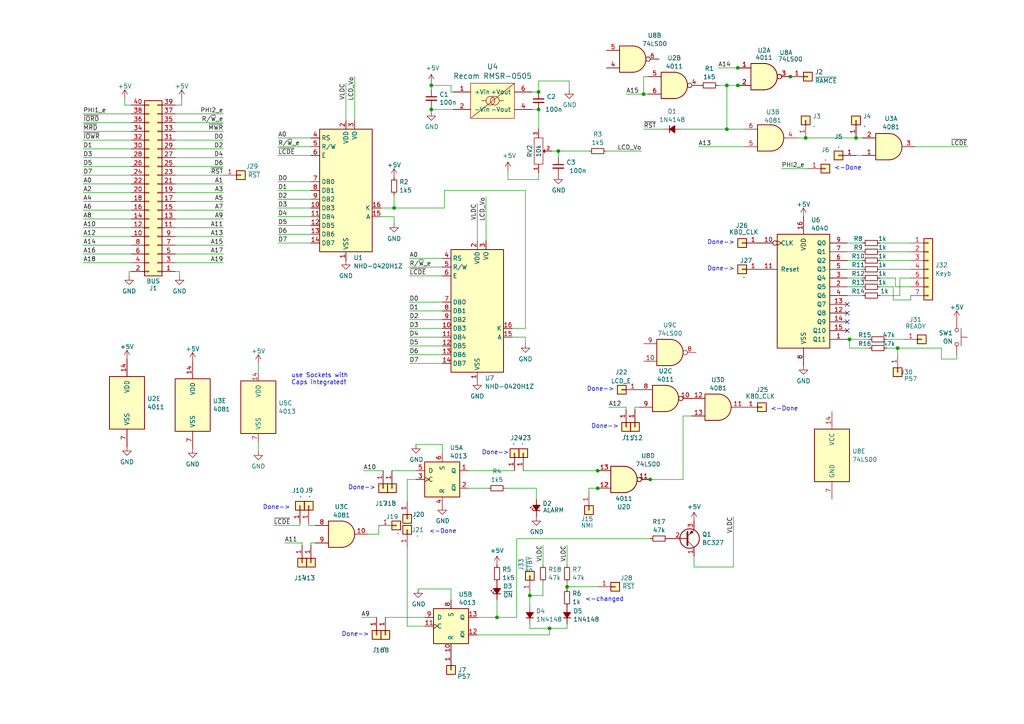
<source format=kicad_sch>
(kicad_sch (version 20230121) (generator eeschema)
  (paper "A4")
  (junction (at 229.235 22.225))
  (junction (at 186.69 27.305))
  (junction (at 125.095 31.75) (diameter 0.9144))
  (junction (at 153.67 172.72))
  (junction (at 233.68 40.005))
  (junction (at 144.145 179.07))
  (junction (at 173.355 141.605))
  (junction (at 159.385 182.245))
  (junction (at 213.995 19.685))
  (junction (at 164.465 170.18))
  (junction (at 248.285 40.005))
  (junction (at 156.21 31.75))
  (junction (at 210.82 37.465))
  (junction (at 161.925 43.815))
  (junction (at 246.38 98.425))
  (junction (at 188.595 139.065))
  (junction (at 210.82 24.765))
  (junction (at 156.21 26.67) (diameter 0.9144))
  (junction (at 213.995 24.765))
  (junction (at 260.35 100.965))
  (junction (at 173.355 136.525))
  (junction (at 125.095 24.765) (diameter 0.9144))
  (junction (at 114.3 60.325))
  (no_connect (at 245.745 88.265))
  (no_connect (at 245.745 93.345))
  (no_connect (at 245.745 95.885))
  (no_connect (at 245.745 90.805))
  (wire (pts (xy 250.19 80.645) (xy 245.745 80.645)))
  (wire (pts (xy 114.3 60.325) (xy 110.49 60.325)))
  (wire (pts (xy 252.095 100.965) (xy 246.38 100.965)))
  (wire (pts (xy 118.11 181.61) (xy 123.19 181.61)))
  (wire (pts (xy 50.8 38.1) (xy 64.77 38.1)))
  (wire (pts (xy 24.13 40.64) (xy 38.1 40.64)))
  (wire (pts (xy 184.15 118.11) (xy 184.15 118.745)))
  (wire (pts (xy 80.645 52.705) (xy 90.17 52.705)))
  (wire (pts (xy 198.12 139.065) (xy 188.595 139.065)))
  (wire (pts (xy 248.285 40.005) (xy 250.19 40.005)))
  (wire (pts (xy 24.13 58.42) (xy 38.1 58.42)))
  (wire (pts (xy 265.43 42.545) (xy 280.67 42.545)))
  (wire (pts (xy 50.8 35.56) (xy 64.77 35.56)))
  (wire (pts (xy 118.745 95.25) (xy 128.27 95.25)))
  (wire (pts (xy 259.715 83.185) (xy 259.715 80.645)))
  (wire (pts (xy 257.175 100.965) (xy 260.35 100.965)))
  (wire (pts (xy 264.16 78.105) (xy 255.27 78.105)))
  (wire (pts (xy 37.465 78.74) (xy 38.1 78.74)))
  (wire (pts (xy 24.13 60.96) (xy 38.1 60.96)))
  (wire (pts (xy 50.8 63.5) (xy 64.77 63.5)))
  (wire (pts (xy 264.16 86.995) (xy 264.16 85.725)))
  (wire (pts (xy 264.16 75.565) (xy 255.27 75.565)))
  (wire (pts (xy 138.43 59.055) (xy 138.43 69.85)))
  (wire (pts (xy 89.535 152.4) (xy 91.44 152.4)))
  (wire (pts (xy 87.63 158.115) (xy 87.63 157.48)))
  (wire (pts (xy 164.465 158.115) (xy 164.465 163.83)))
  (wire (pts (xy 118.745 77.47) (xy 128.27 77.47)))
  (wire (pts (xy 50.8 60.96) (xy 64.77 60.96)))
  (wire (pts (xy 156.21 52.07) (xy 156.21 50.165)))
  (wire (pts (xy 157.48 172.72) (xy 153.67 172.72)))
  (wire (pts (xy 198.12 120.65) (xy 200.66 120.65)))
  (wire (pts (xy 165.1 23.495) (xy 156.21 23.495)))
  (wire (pts (xy 24.13 48.26) (xy 38.1 48.26)))
  (wire (pts (xy 125.095 31.75) (xy 125.095 31.115)))
  (wire (pts (xy 144.145 179.07) (xy 144.145 173.99)))
  (wire (pts (xy 164.465 180.975) (xy 164.465 182.245)))
  (wire (pts (xy 170.815 141.605) (xy 170.815 142.875)))
  (wire (pts (xy 153.67 172.72) (xy 153.67 175.895)))
  (wire (pts (xy 164.465 170.18) (xy 164.465 170.815)))
  (wire (pts (xy 156.21 23.495) (xy 156.21 26.67)))
  (wire (pts (xy 260.35 100.965) (xy 260.35 102.87)))
  (wire (pts (xy 110.49 62.865) (xy 114.3 62.865)))
  (wire (pts (xy 260.985 80.645) (xy 260.985 85.725)))
  (wire (pts (xy 104.775 179.07) (xy 109.22 179.07)))
  (wire (pts (xy 259.08 83.185) (xy 259.08 86.995)))
  (wire (pts (xy 52.07 80.01) (xy 52.07 78.74)))
  (wire (pts (xy 154.305 31.75) (xy 156.21 31.75)))
  (wire (pts (xy 86.995 152.4) (xy 86.995 151.765)))
  (wire (pts (xy 109.855 152.4) (xy 109.855 154.94)))
  (wire (pts (xy 257.175 98.425) (xy 262.255 98.425)))
  (wire (pts (xy 210.82 37.465) (xy 215.9 37.465)))
  (wire (pts (xy 128.905 60.325) (xy 128.905 55.245)))
  (wire (pts (xy 52.705 28.575) (xy 52.705 30.48)))
  (wire (pts (xy 149.86 179.07) (xy 144.145 179.07)))
  (wire (pts (xy 184.15 118.11) (xy 185.42 118.11)))
  (wire (pts (xy 36.195 30.48) (xy 38.1 30.48)))
  (wire (pts (xy 151.765 136.525) (xy 173.355 136.525)))
  (wire (pts (xy 176.53 118.11) (xy 181.61 118.11)))
  (wire (pts (xy 52.705 30.48) (xy 50.8 30.48)))
  (wire (pts (xy 80.645 67.945) (xy 90.17 67.945)))
  (wire (pts (xy 114.3 62.865) (xy 114.3 64.77)))
  (wire (pts (xy 152.4 97.79) (xy 152.4 99.695)))
  (wire (pts (xy 113.665 136.525) (xy 120.65 136.525)))
  (wire (pts (xy 74.93 105.41) (xy 74.93 107.95)))
  (wire (pts (xy 154.305 26.67) (xy 156.21 26.67)))
  (wire (pts (xy 201.295 164.465) (xy 212.725 164.465)))
  (wire (pts (xy 120.65 128.905) (xy 128.27 128.905)))
  (wire (pts (xy 80.645 65.405) (xy 90.17 65.405)))
  (wire (pts (xy 80.645 62.865) (xy 90.17 62.865)))
  (wire (pts (xy 80.645 60.325) (xy 90.17 60.325)))
  (wire (pts (xy 24.13 71.12) (xy 38.1 71.12)))
  (wire (pts (xy 260.35 100.965) (xy 273.05 100.965)))
  (wire (pts (xy 186.69 27.305) (xy 187.96 27.305)))
  (wire (pts (xy 210.82 24.765) (xy 213.995 24.765)))
  (wire (pts (xy 161.925 43.815) (xy 161.925 45.72)))
  (wire (pts (xy 138.43 179.07) (xy 144.145 179.07)))
  (wire (pts (xy 24.13 35.56) (xy 38.1 35.56)))
  (wire (pts (xy 201.295 161.29) (xy 201.295 164.465)))
  (wire (pts (xy 250.19 78.105) (xy 245.745 78.105)))
  (wire (pts (xy 264.16 80.645) (xy 260.985 80.645)))
  (wire (pts (xy 153.67 172.085) (xy 153.67 172.72)))
  (wire (pts (xy 140.97 57.15) (xy 140.97 69.85)))
  (wire (pts (xy 197.485 37.465) (xy 210.82 37.465)))
  (wire (pts (xy 50.8 76.2) (xy 64.77 76.2)))
  (wire (pts (xy 111.76 179.07) (xy 123.19 179.07)))
  (wire (pts (xy 173.355 141.605) (xy 170.815 141.605)))
  (wire (pts (xy 80.645 42.545) (xy 90.17 42.545)))
  (wire (pts (xy 186.69 37.465) (xy 192.405 37.465)))
  (wire (pts (xy 118.745 97.79) (xy 128.27 97.79)))
  (wire (pts (xy 149.86 156.21) (xy 149.86 179.07)))
  (wire (pts (xy 118.745 105.41) (xy 128.27 105.41)))
  (wire (pts (xy 50.8 48.26) (xy 64.77 48.26)))
  (wire (pts (xy 130.81 26.67) (xy 131.445 26.67)))
  (wire (pts (xy 153.67 182.245) (xy 153.67 180.975)))
  (wire (pts (xy 121.285 170.815) (xy 130.81 170.815)))
  (wire (pts (xy 80.645 57.785) (xy 90.17 57.785)))
  (wire (pts (xy 24.13 76.2) (xy 38.1 76.2)))
  (wire (pts (xy 248.285 45.085) (xy 250.19 45.085)))
  (wire (pts (xy 24.13 66.04) (xy 38.1 66.04)))
  (wire (pts (xy 128.27 128.905) (xy 128.27 131.445)))
  (wire (pts (xy 164.465 170.18) (xy 173.355 170.18)))
  (wire (pts (xy 102.87 22.225) (xy 102.87 34.925)))
  (wire (pts (xy 141.605 141.605) (xy 135.89 141.605)))
  (wire (pts (xy 159.385 182.245) (xy 153.67 182.245)))
  (wire (pts (xy 198.12 120.65) (xy 198.12 139.065)))
  (wire (pts (xy 277.495 104.14) (xy 277.495 102.87)))
  (wire (pts (xy 50.8 43.18) (xy 64.77 43.18)))
  (wire (pts (xy 259.08 86.995) (xy 264.16 86.995)))
  (wire (pts (xy 157.48 158.115) (xy 157.48 163.83)))
  (wire (pts (xy 259.715 80.645) (xy 255.27 80.645)))
  (wire (pts (xy 79.375 152.4) (xy 86.995 152.4)))
  (wire (pts (xy 80.645 55.245) (xy 90.17 55.245)))
  (wire (pts (xy 264.16 73.025) (xy 255.27 73.025)))
  (wire (pts (xy 161.925 43.815) (xy 170.815 43.815)))
  (wire (pts (xy 24.13 53.34) (xy 38.1 53.34)))
  (wire (pts (xy 130.81 24.765) (xy 130.81 26.67)))
  (wire (pts (xy 208.28 24.765) (xy 210.82 24.765)))
  (wire (pts (xy 24.13 38.1) (xy 38.1 38.1)))
  (wire (pts (xy 50.8 50.8) (xy 64.77 50.8)))
  (wire (pts (xy 125.095 24.13) (xy 125.095 24.765)))
  (wire (pts (xy 264.16 83.185) (xy 259.715 83.185)))
  (wire (pts (xy 106.68 154.94) (xy 109.855 154.94)))
  (wire (pts (xy 246.38 98.425) (xy 245.745 98.425)))
  (wire (pts (xy 118.745 100.33) (xy 128.27 100.33)))
  (wire (pts (xy 131.445 31.75) (xy 125.095 31.75)))
  (wire (pts (xy 175.895 43.815) (xy 186.055 43.815)))
  (wire (pts (xy 130.81 170.815) (xy 130.81 173.99)))
  (wire (pts (xy 50.8 73.66) (xy 64.77 73.66)))
  (wire (pts (xy 157.48 168.91) (xy 157.48 172.72)))
  (wire (pts (xy 100.33 24.13) (xy 100.33 34.925)))
  (wire (pts (xy 50.8 33.02) (xy 64.77 33.02)))
  (wire (pts (xy 24.13 73.66) (xy 38.1 73.66)))
  (wire (pts (xy 147.32 49.53) (xy 147.32 52.07)))
  (wire (pts (xy 80.645 40.005) (xy 90.17 40.005)))
  (wire (pts (xy 160.02 43.815) (xy 161.925 43.815)))
  (wire (pts (xy 118.745 87.63) (xy 128.27 87.63)))
  (wire (pts (xy 255.27 83.185) (xy 259.08 83.185)))
  (wire (pts (xy 24.13 63.5) (xy 38.1 63.5)))
  (wire (pts (xy 118.745 92.71) (xy 128.27 92.71)))
  (wire (pts (xy 146.685 141.605) (xy 155.575 141.605)))
  (wire (pts (xy 226.695 48.895) (xy 234.315 48.895)))
  (wire (pts (xy 233.68 40.005) (xy 248.285 40.005)))
  (wire (pts (xy 125.095 24.765) (xy 130.81 24.765)))
  (wire (pts (xy 128.905 55.245) (xy 152.4 55.245)))
  (wire (pts (xy 24.13 33.02) (xy 38.1 33.02)))
  (wire (pts (xy 50.8 71.12) (xy 64.77 71.12)))
  (wire (pts (xy 50.8 53.34) (xy 64.77 53.34)))
  (wire (pts (xy 118.11 145.415) (xy 118.11 139.065)))
  (wire (pts (xy 164.465 168.91) (xy 164.465 170.18)))
  (wire (pts (xy 90.17 157.48) (xy 90.17 158.115)))
  (wire (pts (xy 250.19 73.025) (xy 245.745 73.025)))
  (wire (pts (xy 208.28 19.685) (xy 213.995 19.685)))
  (wire (pts (xy 186.69 22.225) (xy 186.69 27.305)))
  (wire (pts (xy 188.595 156.21) (xy 149.86 156.21)))
  (wire (pts (xy 105.41 136.525) (xy 111.125 136.525)))
  (wire (pts (xy 152.4 55.245) (xy 152.4 95.25)))
  (wire (pts (xy 118.11 158.75) (xy 118.11 181.61)))
  (wire (pts (xy 114.3 60.325) (xy 128.905 60.325)))
  (wire (pts (xy 202.565 42.545) (xy 215.9 42.545)))
  (wire (pts (xy 250.19 70.485) (xy 245.745 70.485)))
  (wire (pts (xy 164.465 182.245) (xy 159.385 182.245)))
  (wire (pts (xy 159.385 182.245) (xy 159.385 184.15)))
  (wire (pts (xy 24.13 68.58) (xy 38.1 68.58)))
  (wire (pts (xy 114.3 56.515) (xy 114.3 60.325)))
  (wire (pts (xy 181.61 27.305) (xy 186.69 27.305)))
  (wire (pts (xy 138.43 184.15) (xy 159.385 184.15)))
  (wire (pts (xy 250.19 85.725) (xy 245.745 85.725)))
  (wire (pts (xy 212.725 149.86) (xy 212.725 164.465)))
  (wire (pts (xy 24.13 55.88) (xy 38.1 55.88)))
  (wire (pts (xy 264.16 70.485) (xy 255.27 70.485)))
  (wire (pts (xy 250.19 83.185) (xy 245.745 83.185)))
  (wire (pts (xy 165.1 26.035) (xy 165.1 23.495)))
  (wire (pts (xy 52.07 78.74) (xy 50.8 78.74)))
  (wire (pts (xy 50.8 40.64) (xy 64.77 40.64)))
  (wire (pts (xy 82.55 157.48) (xy 87.63 157.48)))
  (wire (pts (xy 36.195 28.575) (xy 36.195 30.48)))
  (wire (pts (xy 156.21 31.75) (xy 156.21 37.465)))
  (wire (pts (xy 187.96 22.225) (xy 186.69 22.225)))
  (wire (pts (xy 147.32 52.07) (xy 156.21 52.07)))
  (wire (pts (xy 118.745 90.17) (xy 128.27 90.17)))
  (wire (pts (xy 24.13 50.8) (xy 38.1 50.8)))
  (wire (pts (xy 80.645 70.485) (xy 90.17 70.485)))
  (wire (pts (xy 118.745 102.87) (xy 128.27 102.87)))
  (wire (pts (xy 50.8 58.42) (xy 64.77 58.42)))
  (wire (pts (xy 181.61 118.745) (xy 181.61 118.11)))
  (wire (pts (xy 118.11 139.065) (xy 120.65 139.065)))
  (wire (pts (xy 273.05 104.14) (xy 277.495 104.14)))
  (wire (pts (xy 50.8 68.58) (xy 64.77 68.58)))
  (wire (pts (xy 90.17 157.48) (xy 91.44 157.48)))
  (wire (pts (xy 74.93 128.27) (xy 74.93 130.81)))
  (wire (pts (xy 155.575 141.605) (xy 155.575 144.78)))
  (wire (pts (xy 148.59 97.79) (xy 152.4 97.79)))
  (wire (pts (xy 118.745 80.01) (xy 128.27 80.01)))
  (wire (pts (xy 260.985 85.725) (xy 255.27 85.725)))
  (wire (pts (xy 24.13 45.72) (xy 38.1 45.72)))
  (wire (pts (xy 273.05 100.965) (xy 273.05 104.14)))
  (wire (pts (xy 246.38 100.965) (xy 246.38 98.425)))
  (wire (pts (xy 210.82 24.765) (xy 210.82 37.465)))
  (wire (pts (xy 135.89 136.525) (xy 149.225 136.525)))
  (wire (pts (xy 118.745 74.93) (xy 128.27 74.93)))
  (wire (pts (xy 89.535 151.765) (xy 89.535 152.4)))
  (wire (pts (xy 50.8 66.04) (xy 64.77 66.04)))
  (wire (pts (xy 125.095 24.765) (xy 125.095 26.035)))
  (wire (pts (xy 50.8 55.88) (xy 64.77 55.88)))
  (wire (pts (xy 125.095 31.75) (xy 125.095 32.385)))
  (wire (pts (xy 246.38 98.425) (xy 252.095 98.425)))
  (wire (pts (xy 231.14 40.005) (xy 233.68 40.005)))
  (wire (pts (xy 37.465 80.01) (xy 37.465 78.74)))
  (wire (pts (xy 50.8 45.72) (xy 64.77 45.72)))
  (wire (pts (xy 152.4 95.25) (xy 148.59 95.25)))
  (wire (pts (xy 24.13 43.18) (xy 38.1 43.18)))
  (wire (pts (xy 250.19 75.565) (xy 245.745 75.565)))
  (wire (pts (xy 80.645 45.085) (xy 90.17 45.085)))
  (text "<-Done" (at 124.46 154.94 0) (effects (font (size 1.27 1.27)) (justify left bottom)))
  (text "Done->" (at 171.45 124.46 0) (effects (font (size 1.27 1.27)) (justify left bottom)))
  (text "Done->" (at 139.7 132.08 0) (effects (font (size 1.27 1.27)) (justify left bottom)))
  (text "Done->" (at 76.2 147.955 0) (effects (font (size 1.27 1.27)) (justify left bottom)))
  (text "Done->" (at 99.06 184.785 0) (effects (font (size 1.27 1.27)) (justify left bottom)))
  (text "Done->" (at 205.105 71.12 0) (effects (font (size 1.27 1.27)) (justify left bottom)))
  (text "use Sockets with \nCaps integrated!" (at 84.455 111.76 0) (effects (font (size 1.27 1.27)) (justify left bottom)))
  (text "Done->" (at 170.18 113.665 0) (effects (font (size 1.27 1.27)) (justify left bottom)))
  (text "<-changed" (at 180.975 174.625 0) (effects (font (size 1.27 1.27)) (justify right bottom)))
  (text "<-Done" (at 241.935 49.53 0) (effects (font (size 1.27 1.27)) (justify left bottom)))
  (text "Done->" (at 205.105 78.74 0) (effects (font (size 1.27 1.27)) (justify left bottom)))
  (text "<-Done" (at 223.52 119.38 0) (effects (font (size 1.27 1.27)) (justify left bottom)))
  (text "Done->" (at 100.965 142.24 0) (effects (font (size 1.27 1.27)) (justify left bottom)))
  (label "A12" (at 24.13 68.58 0))
  (label "A14" (at 24.13 71.12 0))
  (label "~{RST}" (at 186.69 37.465 0))
  (label "A7" (at 64.77 60.96 180))
  (label "A15" (at 181.61 27.305 0))
  (label "A6" (at 24.13 60.96 0))
  (label "D5" (at 118.745 100.33 0))
  (label "VLDC" (at 157.48 158.115 270))
  (label "A2" (at 24.13 55.88 0))
  (label "D1" (at 80.645 55.245 0))
  (label "VLDC" (at 164.465 158.115 270))
  (label "A9" (at 64.77 63.5 180))
  (label "~{LCDE}" (at 118.745 80.01 0))
  (label "VLDC" (at 212.725 149.86 270))
  (label "D0" (at 64.77 40.64 180))
  (label "A4" (at 24.13 58.42 0))
  (label "~{LCDE}" (at 280.67 42.545 180))
  (label "D4" (at 64.77 45.72 180))
  (label "D4" (at 80.645 62.865 0))
  (label "D3" (at 80.645 60.325 0))
  (label "D1" (at 118.745 90.17 0))
  (label "PHI1_e" (at 24.13 33.02 0))
  (label "A12" (at 176.53 118.11 0))
  (label "D1" (at 24.13 43.18 0))
  (label "D5" (at 80.645 65.405 0))
  (label "A9" (at 104.775 179.07 0))
  (label "~{RST}" (at 64.77 50.8 180))
  (label "~{LCDE}" (at 79.375 152.4 0))
  (label "A1" (at 64.77 53.34 180))
  (label "A16" (at 24.13 73.66 0))
  (label "A5" (at 64.77 58.42 180))
  (label "A0" (at 24.13 53.34 0))
  (label "VLDC" (at 100.33 24.13 270))
  (label "A14" (at 208.28 19.685 0))
  (label "D4" (at 118.745 97.79 0))
  (label "A0" (at 80.645 40.005 0))
  (label "D3" (at 24.13 45.72 0))
  (label "~{IORD}" (at 24.13 35.56 0))
  (label "A11" (at 82.55 157.48 0))
  (label "A19" (at 64.77 76.2 180))
  (label "A13" (at 202.565 42.545 0))
  (label "A17" (at 64.77 73.66 180))
  (label "D6" (at 118.745 102.87 0))
  (label "D6" (at 80.645 67.945 0))
  (label "R{slash}~{W}_e" (at 118.745 77.47 0))
  (label "A10" (at 24.13 66.04 0))
  (label "D7" (at 118.745 105.41 0))
  (label "A18" (at 24.13 76.2 0))
  (label "A3" (at 64.77 55.88 180))
  (label "D2" (at 64.77 43.18 180))
  (label "LCD_Vo" (at 140.97 57.15 270))
  (label "R{slash}~{W}_e" (at 80.645 42.545 0))
  (label "LCD_Vo" (at 186.055 43.815 180))
  (label "~{MWR}" (at 64.77 38.1 180))
  (label "D2" (at 80.645 57.785 0))
  (label "A13" (at 64.77 68.58 180))
  (label "~{LCDE}" (at 80.645 45.085 0))
  (label "VLDC" (at 138.43 59.055 270))
  (label "D2" (at 118.745 92.71 0))
  (label "D7" (at 80.645 70.485 0))
  (label "A11" (at 64.77 66.04 180))
  (label "~{MRD}" (at 24.13 38.1 0))
  (label "A0" (at 118.745 74.93 0))
  (label "D3" (at 118.745 95.25 0))
  (label "D0" (at 80.645 52.705 0))
  (label "PHI2_e" (at 64.77 33.02 180))
  (label "D7" (at 24.13 50.8 0))
  (label "LCD_Vo" (at 102.87 22.225 270))
  (label "D6" (at 64.77 48.26 180))
  (label "~{IOWR}" (at 24.13 40.64 0))
  (label "R{slash}~{W}_e" (at 64.77 35.56 180))
  (label "A15" (at 64.77 71.12 180))
  (label "A8" (at 24.13 63.5 0))
  (label "PHI2_e" (at 226.695 48.895 0))
  (label "D0" (at 118.745 87.63 0))
  (label "A10" (at 105.41 136.525 0))
  (label "D5" (at 24.13 48.26 0))
  (symbol (lib_id "Connector_Generic:Conn_01x01") (at 118.11 153.67 90) (unit 1)
    (property "Reference" "J21" (at 119.38 153.67 90) (effects (justify right)))
    (property "Value" "." (at 120.65 154.94 90) (effects (justify right)))
    (property "Footprint" "Connector_PinHeader_2.00mm:PinHeader_1x01_P2.00mm_Vertical" (effects hide))
  )
  (symbol (lib_id "Device:C_Small") (at 125.095 28.575 0) (mirror y) (unit 1)
    (property "Reference" "C1" (at 127.4318 27.4066 0) (effects (justify right)))
    (property "Value" "100n" (at 127.4318 29.718 0) (effects (justify right)))
    (property "Footprint" "Capacitor_SMD:C_1206_3216Metric_Pad1.33x1.80mm_HandSolder" (effects hide))
  )
  (symbol (lib_id "power:GND") (at 138.43 110.49 0) (unit 1)
    (property "Reference" "#PWR030" (effects hide))
    (property "Value" "GND" (at 138.43 114.9334 0))
  )
  (symbol (lib_id "74xx:74LS00") (at 194.31 102.235 0) (unit 3)
    (property "Reference" "U9" (at 194.3017 94.2807 0))
    (property "Value" "74LS00" (at 194.3017 96.7049 0))
    (property "Datasheet" "http://www.ti.com/lit/gpn/sn74ls00" (effects hide))
  )
  (symbol (lib_id "Device:R_Small") (at 254.635 98.425 270) (unit 1)
    (property "Reference" "R15" (at 250.825 97.155 90))
    (property "Value" "47k" (at 257.81 97.155 90))
    (property "Footprint" "Resistor_SMD:R_1206_3216Metric_Pad1.30x1.75mm_HandSolder" (effects hide))
  )
  (symbol (lib_id "Connector_Generic:Conn_01x01") (at 114.935 152.4 0) (unit 1)
    (property "Reference" "J19" (at 115.57 149.86 0) (effects (justify right)))
    (property "Value" "." (at 114.935 154.305 90) (effects (justify right)))
    (property "Footprint" "Connector_PinHeader_2.00mm:PinHeader_1x01_P2.00mm_Vertical" (effects hide))
  )
  (symbol (lib_id "Connector_Generic:Conn_01x01") (at 130.81 194.31 270) (unit 1)
    (property "Reference" "J7" (at 135.255 194.31 90) (effects (justify right)))
    (property "Value" "P57" (at 136.525 196.215 90) (effects (justify right)))
    (property "Footprint" "Connector_PinHeader_2.00mm:PinHeader_1x01_P2.00mm_Vertical" (effects hide))
  )
  (symbol (lib_id "Device:C_Small") (at 156.21 29.21 0) (mirror y) (unit 1)
    (property "Reference" "C2" (at 158.5468 28.0416 0) (effects (justify right)))
    (property "Value" "100n" (at 158.115 31.75 0) (effects (justify right)))
    (property "Footprint" "Capacitor_SMD:C_1206_3216Metric_Pad1.33x1.80mm_HandSolder" (effects hide))
  )
  (symbol (lib_id "Device:LED_Small_Filled") (at 155.575 147.32 90) (unit 1)
    (property "Reference" "D2" (at 157.353 146.0444 90) (effects (justify right)))
    (property "Value" "ALARM" (at 157.48 147.955 90) (effects (justify right)))
    (property "Footprint" "LED_THT:LED_D3.0mm" (effects hide))
  )
  (symbol (lib_id "Connector_Generic:Conn_01x01") (at 90.17 163.195 270) (unit 1)
    (property "Reference" "J13" (at 91.44 167.64 90) (effects (justify right)))
    (property "Value" "." (at 90.805 166.37 90) (effects (justify right)))
    (property "Footprint" "Connector_PinHeader_2.00mm:PinHeader_1x01_P2.00mm_Vertical" (effects hide))
  )
  (symbol (lib_id "4xxx:4011") (at 180.975 139.065 0) (mirror x) (unit 4)
    (property "Reference" "U2" (at 180.9667 147.0193 0))
    (property "Value" "4011" (at 180.9667 144.5951 0))
    (property "Footprint" "Package_DIP:DIP-14_W7.62mm_Socket_LongPads" (effects hide))
    (property "Datasheet" "http://www.intersil.com/content/dam/Intersil/documents/cd40/cd4011bms-12bms-23bms.pdf" (effects hide))
  )
  (symbol (lib_id "Display_Character:NHD-0420H1Z") (at 100.33 55.245 0) (unit 1)
    (property "Reference" "U1" (at 102.5241 74.7451 0) (effects (justify left)))
    (property "Value" "NHD-0420H1Z" (at 102.5241 77.1693 0) (effects (justify left)))
    (property "Footprint" "Connector_PinSocket_2.54mm:PinSocket_1x16_P2.54mm_Vertical" (effects hide))
    (property "Datasheet" "http://www.newhavendisplay.com/specs/NHD-0420H1Z-FSW-GBW-33V3.pdf" (effects hide))
  )
  (symbol (lib_id "Connector_Generic:Conn_01x01") (at 260.35 107.95 270) (unit 1)
    (property "Reference" "J30" (at 264.795 107.95 90) (effects (justify right)))
    (property "Value" "P57" (at 266.065 109.855 90) (effects (justify right)))
    (property "Footprint" "Connector_PinHeader_2.00mm:PinHeader_1x01_P2.00mm_Vertical" (effects hide))
  )
  (symbol (lib_id "74xx:74LS00") (at 183.515 17.145 0) (mirror x) (unit 2)
    (property "Reference" "U8" (at 189.865 10.2758 0))
    (property "Value" "74LS00" (at 189.865 12.7 0))
    (property "Datasheet" "http://www.ti.com/lit/gpn/sn74ls00" (effects hide))
  )
  (symbol (lib_id "4xxx:4011") (at 195.58 24.765 0) (unit 2)
    (property "Reference" "U2" (at 195.5717 16.8107 0))
    (property "Value" "4011" (at 195.5717 19.2349 0))
    (property "Footprint" "Package_DIP:DIP-14_W7.62mm_Socket_LongPads" (effects hide))
    (property "Datasheet" "http://www.intersil.com/content/dam/Intersil/documents/cd40/cd4011bms-12bms-23bms.pdf" (effects hide))
  )
  (symbol (lib_id "Device:R_Small") (at 252.73 73.025 270) (unit 1)
    (property "Reference" "R9" (at 248.92 71.755 90))
    (property "Value" "1k" (at 255.905 71.755 90))
    (property "Footprint" "Resistor_SMD:R_1206_3216Metric_Pad1.30x1.75mm_HandSolder" (effects hide))
  )
  (symbol (lib_id "power:+5V") (at 147.32 49.53 0) (unit 1)
    (property "Reference" "#PWR014" (effects hide))
    (property "Value" "+5V" (at 147.701 45.1358 0))
  )
  (symbol (lib_id "Device:R_Small") (at 252.73 70.485 270) (unit 1)
    (property "Reference" "R8" (at 248.92 69.215 90))
    (property "Value" "1k" (at 255.905 69.215 90))
    (property "Footprint" "Resistor_SMD:R_1206_3216Metric_Pad1.30x1.75mm_HandSolder" (effects hide))
  )
  (symbol (lib_id "Connector_Generic:Conn_01x01") (at 87.63 163.195 270) (unit 1)
    (property "Reference" "J14" (at 88.9 167.64 90) (effects (justify right)))
    (property "Value" "." (at 88.265 166.37 90) (effects (justify right)))
    (property "Footprint" "Connector_PinHeader_2.00mm:PinHeader_1x01_P2.00mm_Vertical" (effects hide))
  )
  (symbol (lib_id "Connector_Generic:Conn_01x01") (at 151.765 131.445 90) (unit 1)
    (property "Reference" "J23" (at 150.495 127 90) (effects (justify right)))
    (property "Value" "." (at 151.13 128.27 90) (effects (justify right)))
    (property "Footprint" "Connector_PinHeader_2.00mm:PinHeader_1x01_P2.00mm_Vertical" (effects hide))
  )
  (symbol (lib_id "Connector_Generic:Conn_01x01") (at 233.68 34.925 90) (unit 1)
    (property "Reference" "J3" (at 235.712 33.7129 90) (effects (justify right)))
    (property "Value" "." (at 235.712 36.1371 90) (effects (justify right)))
    (property "Footprint" "Connector_PinHeader_2.00mm:PinHeader_1x01_P2.00mm_Vertical" (effects hide))
  )
  (symbol (lib_id "Device:R_Small") (at 254.635 100.965 270) (unit 1)
    (property "Reference" "R16" (at 250.825 99.695 90))
    (property "Value" "47k" (at 257.81 99.695 90))
    (property "Footprint" "Resistor_SMD:R_1206_3216Metric_Pad1.30x1.75mm_HandSolder" (effects hide))
  )
  (symbol (lib_id "Connector_Generic:Conn_02x20_Odd_Even") (at 45.72 55.88 180) (unit 1)
    (property "Reference" "J1" (at 44.45 83.59 0))
    (property "Value" "BUS" (at 44.45 81.542 0))
    (property "Footprint" "Connector_PinHeader_2.54mm:PinHeader_2x20_P2.54mm_Horizontal" (effects hide))
  )
  (symbol (lib_id "Connector_Generic:Conn_01x01") (at 215.265 78.105 0) (mirror y) (unit 1)
    (property "Reference" "J27" (at 214.63 75.565 0) (effects (justify right)))
    (property "Value" "." (at 215.265 80.01 90) (effects (justify right)))
    (property "Footprint" "Connector_PinHeader_2.00mm:PinHeader_1x01_P2.00mm_Vertical" (effects hide))
  )
  (symbol (lib_id "Connector_Generic:Conn_01x01") (at 109.22 184.15 90) (mirror x) (unit 1)
    (property "Reference" "J16" (at 107.95 188.595 90) (effects (justify right)))
    (property "Value" "." (at 108.585 187.325 90) (effects (justify right)))
    (property "Footprint" "Connector_PinHeader_2.00mm:PinHeader_1x01_P2.00mm_Vertical" (effects hide))
  )
  (symbol (lib_id "Switch:SW_Push") (at 277.495 97.79 270) (mirror x) (unit 1)
    (property "Reference" "SW1" (at 276.352 96.5779 90) (effects (justify right)))
    (property "Value" "ON" (at 276.352 99.0021 90) (effects (justify right)))
    (property "Footprint" "Button_Switch_THT:SW_PUSH_6mm" (effects hide))
  )
  (symbol (lib_id "Device:R_Small") (at 144.145 141.605 90) (unit 1)
    (property "Reference" "R4" (at 144.145 136.7241 90))
    (property "Value" "1k5" (at 144.145 139.1483 90))
    (property "Footprint" "Resistor_SMD:R_1206_3216Metric_Pad1.30x1.75mm_HandSolder" (effects hide))
  )
  (symbol (lib_name "+5V_1") (lib_id "power:+5V") (at 201.295 151.13 0) (unit 1)
    (property "Reference" "#PWR029" (effects hide))
    (property "Value" "+5V" (at 201.295 146.9969 0))
  )
  (symbol (lib_id "power:+5V") (at 36.83 104.14 0) (mirror y) (unit 1)
    (property "Reference" "#PWR08" (effects hide))
    (property "Value" "+5V" (at 36.83 100.5642 0))
  )
  (symbol (lib_id "4xxx:4081") (at 99.06 154.94 0) (unit 3)
    (property "Reference" "U3" (at 99.0517 146.9857 0))
    (property "Value" "4081" (at 99.0517 149.4099 0))
    (property "Footprint" "Package_DIP:DIP-14_W7.62mm_Socket_LongPads" (effects hide))
    (property "Datasheet" "http://www.intersil.com/content/dam/Intersil/documents/cd40/cd4073bms-81bms-82bms.pdf" (effects hide))
  )
  (symbol (lib_id "4xxx:4013") (at 128.27 139.065 0) (unit 1)
    (property "Reference" "U5" (at 130.4641 129.8407 0) (effects (justify left)))
    (property "Value" "4013" (at 130.4641 132.2649 0) (effects (justify left)))
    (property "Footprint" "Package_DIP:DIP-14_W7.62mm_Socket_LongPads" (effects hide))
    (property "Datasheet" "http://www.onsemi.com/pub/Collateral/MC14013B-D.PDF" (effects hide))
  )
  (symbol (lib_id "power:GND") (at 120.65 128.905 0) (unit 1)
    (property "Reference" "#PWR022" (effects hide))
    (property "Value" "GND" (at 120.777 133.2992 0))
  )
  (symbol (lib_id "4xxx:4011") (at 193.04 115.57 0) (unit 3)
    (property "Reference" "U2" (at 193.0317 107.6157 0))
    (property "Value" "4011" (at 193.0317 110.0399 0))
    (property "Footprint" "Package_DIP:DIP-14_W7.62mm_Socket_LongPads" (effects hide))
    (property "Datasheet" "http://www.intersil.com/content/dam/Intersil/documents/cd40/cd4011bms-12bms-23bms.pdf" (effects hide))
  )
  (symbol (lib_id "Connector_Generic:Conn_01x01") (at 69.85 50.8 0) (unit 1)
    (property "Reference" "J29" (at 74.93 48.26 0) (effects (justify right)))
    (property "Value" "~{RST}" (at 75.565 50.8 0) (effects (justify right)))
    (property "Footprint" "Connector_PinHeader_2.00mm:PinHeader_1x01_P2.00mm_Vertical" (effects hide))
  )
  (symbol (lib_id "74xx:74LS00") (at 241.3 132.08 0) (unit 5)
    (property "Reference" "U8" (at 247.142 130.8679 0) (effects (justify left)))
    (property "Value" "74LS00" (at 247.142 133.2921 0) (effects (justify left)))
    (property "Datasheet" "http://www.ti.com/lit/gpn/sn74ls00" (effects hide))
  )
  (symbol (lib_id "Connector_Generic:Conn_01x01") (at 153.67 167.005 90) (unit 1)
    (property "Reference" "J33" (at 151.13 161.925 0) (effects (justify right)))
    (property "Value" "~{STBY}" (at 153.67 161.29 0) (effects (justify right)))
    (property "Footprint" "Connector_PinHeader_2.00mm:PinHeader_1x01_P2.00mm_Vertical" (effects hide))
  )
  (symbol (lib_id "power:+5V") (at 74.93 105.41 0) (mirror y) (unit 1)
    (property "Reference" "#PWR018" (effects hide))
    (property "Value" "+5V" (at 74.93 101.8342 0))
  )
  (symbol (lib_id "Device:R_Small") (at 205.74 24.765 90) (unit 1)
    (property "Reference" "R1" (at 205.74 19.8841 90))
    (property "Value" "1k5" (at 205.74 22.3083 90))
    (property "Footprint" "Resistor_THT:R_Axial_DIN0207_L6.3mm_D2.5mm_P10.16mm_Horizontal" (effects hide))
  )
  (symbol (lib_id "Device:LED_Small_Filled") (at 144.145 171.45 90) (unit 1)
    (property "Reference" "D3" (at 145.923 170.0289 90) (effects (justify right)))
    (property "Value" "~{ON}" (at 145.923 172.5986 90) (effects (justify right)))
    (property "Footprint" "LED_THT:LED_D3.0mm" (effects hide))
  )
  (symbol (lib_id "Device:R_Small") (at 164.465 173.355 180) (unit 1)
    (property "Reference" "R6" (at 165.9636 172.1429 0) (effects (justify right)))
    (property "Value" "1k" (at 165.9636 174.5671 0) (effects (justify right)))
    (property "Footprint" "Resistor_SMD:R_1206_3216Metric_Pad1.30x1.75mm_HandSolder" (effects hide))
  )
  (symbol (lib_id "power:+5V") (at 52.705 28.575 0) (mirror y) (unit 1)
    (property "Reference" "#PWR02" (effects hide))
    (property "Value" "+5V" (at 52.705 24.9992 0))
  )
  (symbol (lib_id "Device:R_Small") (at 173.355 43.815 90) (unit 1)
    (property "Reference" "R3" (at 173.355 38.9341 90))
    (property "Value" "1k5" (at 173.355 41.3583 90))
    (property "Footprint" "Resistor_SMD:R_1206_3216Metric_Pad1.30x1.75mm_HandSolder" (effects hide))
  )
  (symbol (lib_id "4xxx:4081") (at 257.81 42.545 0) (mirror x) (unit 1)
    (property "Reference" "U3" (at 258.445 34.4058 0))
    (property "Value" "4081" (at 258.445 36.83 0))
    (property "Footprint" "Package_DIP:DIP-14_W7.62mm_Socket_LongPads" (effects hide))
    (property "Datasheet" "http://www.intersil.com/content/dam/Intersil/documents/cd40/cd4073bms-81bms-82bms.pdf" (effects hide))
  )
  (symbol (lib_id "my_something_else:DC_DC_Conv_Isolated_Recom") (at 142.875 29.21 0) (unit 1)
    (property "Reference" "U4" (at 142.875 19.3294 0) (effects (font (size 1.524 1.524))))
    (property "Value" "Recom RMSR-0505" (at 142.875 22.0472 0) (effects (font (size 1.524 1.524))))
    (property "Footprint" "Converter_DCDC:Converter_DCDC_TRACO_TMR-1-xxxx_Dual_THT" (effects hide))
  )
  (symbol (lib_id "Reglerplatine-rescue:POT-RESCUE-nt215_front") (at 156.21 43.815 270) (mirror x) (unit 1)
    (property "Reference" "RV2" (at 153.67 43.815 0))
    (property "Value" "10k" (at 156.21 43.815 0))
    (property "Footprint" "my_own:ALPS_RK09" (effects hide))
  )
  (symbol (lib_id "4xxx:4081") (at 208.28 118.11 0) (unit 4)
    (property "Reference" "U3" (at 208.2717 110.1557 0))
    (property "Value" "4081" (at 208.2717 112.5799 0))
    (property "Footprint" "Package_DIP:DIP-14_W7.62mm_Socket_LongPads" (effects hide))
    (property "Datasheet" "http://www.intersil.com/content/dam/Intersil/documents/cd40/cd4073bms-81bms-82bms.pdf" (effects hide))
  )
  (symbol (lib_id "power:+5V") (at 277.495 92.71 0) (unit 1)
    (property "Reference" "#PWR028" (effects hide))
    (property "Value" "+5V" (at 277.495 89.1342 0))
  )
  (symbol (lib_id "Connector_Generic:Conn_01x07") (at 269.24 78.105 0) (unit 1)
    (property "Reference" "J32" (at 271.272 76.8929 0) (effects (justify left)))
    (property "Value" "Keyb" (at 271.272 79.3171 0) (effects (justify left)))
    (property "Footprint" "Connector_PinHeader_2.54mm:PinHeader_1x07_P2.54mm_Vertical" (effects hide))
  )
  (symbol (lib_id "Device:R_Small") (at 252.73 78.105 270) (unit 1)
    (property "Reference" "R11" (at 248.92 76.835 90))
    (property "Value" "1k" (at 255.905 76.835 90))
    (property "Footprint" "Resistor_SMD:R_1206_3216Metric_Pad1.30x1.75mm_HandSolder" (effects hide))
  )
  (symbol (lib_id "Device:R_Small") (at 114.3 53.975 180) (unit 1)
    (property "Reference" "R2" (at 115.7986 52.7629 0) (effects (justify right)))
    (property "Value" "1k5" (at 115.7986 55.1871 0) (effects (justify right)))
    (property "Footprint" "Resistor_SMD:R_1206_3216Metric_Pad1.30x1.75mm_HandSolder" (effects hide))
  )
  (symbol (lib_id "Connector_Generic:Conn_01x01") (at 89.535 146.685 270) (mirror x) (unit 1)
    (property "Reference" "J9" (at 90.805 142.24 90) (effects (justify right)))
    (property "Value" "." (at 90.17 143.51 90) (effects (justify right)))
    (property "Footprint" "Connector_PinHeader_2.00mm:PinHeader_1x01_P2.00mm_Vertical" (effects hide))
  )
  (symbol (lib_id "Connector_Generic:Conn_01x01") (at 181.61 123.825 90) (mirror x) (unit 1)
    (property "Reference" "J11" (at 180.34 127 90) (effects (justify right)))
    (property "Value" "." (at 180.975 125.73 90) (effects (justify right)))
    (property "Footprint" "Connector_PinHeader_2.00mm:PinHeader_1x01_P2.00mm_Vertical" (effects hide))
  )
  (symbol (lib_id "Device:R_Small") (at 252.73 83.185 270) (unit 1)
    (property "Reference" "R13" (at 248.92 81.915 90))
    (property "Value" "1k" (at 255.905 81.915 90))
    (property "Footprint" "Resistor_SMD:R_1206_3216Metric_Pad1.30x1.75mm_HandSolder" (effects hide))
  )
  (symbol (lib_id "4xxx:4013") (at 130.81 181.61 0) (unit 2)
    (property "Reference" "U5" (at 133.0041 172.3857 0) (effects (justify left)))
    (property "Value" "4013" (at 133.0041 174.8099 0) (effects (justify left)))
    (property "Footprint" "Package_DIP:DIP-14_W7.62mm_Socket_LongPads" (effects hide))
    (property "Datasheet" "http://www.onsemi.com/pub/Collateral/MC14013B-D.PDF" (effects hide))
  )
  (symbol (lib_id "Connector_Generic:Conn_01x01") (at 86.995 146.685 270) (mirror x) (unit 1)
    (property "Reference" "J10" (at 88.265 142.24 90) (effects (justify right)))
    (property "Value" "." (at 87.63 143.51 90) (effects (justify right)))
    (property "Footprint" "Connector_PinHeader_2.00mm:PinHeader_1x01_P2.00mm_Vertical" (effects hide))
  )
  (symbol (lib_id "Device:R_Small") (at 252.73 75.565 270) (unit 1)
    (property "Reference" "R10" (at 248.92 74.295 90))
    (property "Value" "1k" (at 255.905 74.295 90))
    (property "Footprint" "Resistor_SMD:R_1206_3216Metric_Pad1.30x1.75mm_HandSolder" (effects hide))
  )
  (symbol (lib_id "4xxx:4040") (at 233.045 83.185 0) (unit 1)
    (property "Reference" "U6" (at 235.2391 63.8007 0) (effects (justify left)))
    (property "Value" "4040" (at 235.2391 66.2249 0) (effects (justify left)))
    (property "Footprint" "Package_DIP:DIP-16_W7.62mm_Socket_LongPads" (effects hide))
    (property "Datasheet" "http://www.intersil.com/content/dam/Intersil/documents/cd40/cd4020bms-24bms-40bms.pdf" (effects hide))
  )
  (symbol (lib_id "power:GND") (at 125.095 32.385 0) (unit 1)
    (property "Reference" "#PWR012" (effects hide))
    (property "Value" "GND" (at 125.222 36.7792 0))
  )
  (symbol (lib_id "Connector_Generic:Conn_01x01") (at 113.665 141.605 270) (unit 1)
    (property "Reference" "J18" (at 114.935 146.05 90) (effects (justify right)))
    (property "Value" "." (at 114.3 144.78 90) (effects (justify right)))
    (property "Footprint" "Connector_PinHeader_2.00mm:PinHeader_1x01_P2.00mm_Vertical" (effects hide))
  )
  (symbol (lib_id "Device:R_Small") (at 157.48 166.37 180) (unit 1)
    (property "Reference" "R18" (at 158.9786 165.1579 0) (effects (justify right)))
    (property "Value" "47k" (at 158.9786 167.5821 0) (effects (justify right)))
    (property "Footprint" "Resistor_SMD:R_1206_3216Metric_Pad1.30x1.75mm_HandSolder" (effects hide))
  )
  (symbol (lib_id "Connector_Generic:Conn_01x01") (at 248.285 34.925 90) (unit 1)
    (property "Reference" "J4" (at 250.317 33.7129 90) (effects (justify right)))
    (property "Value" "." (at 250.317 36.1371 90) (effects (justify right)))
    (property "Footprint" "Connector_PinHeader_2.00mm:PinHeader_1x01_P2.00mm_Vertical" (effects hide))
  )
  (symbol (lib_id "power:GND") (at 152.4 99.695 0) (unit 1)
    (property "Reference" "#PWR027" (effects hide))
    (property "Value" "GND" (at 152.4 104.1384 0))
  )
  (symbol (lib_id "Device:R_Small") (at 252.73 85.725 270) (unit 1)
    (property "Reference" "R14" (at 248.92 84.455 90))
    (property "Value" "1k" (at 256.54 84.455 90))
    (property "Footprint" "Resistor_SMD:R_1206_3216Metric_Pad1.30x1.75mm_HandSolder" (effects hide))
  )
  (symbol (lib_id "power:GND") (at 36.83 129.54 0) (unit 1)
    (property "Reference" "#PWR07" (effects hide))
    (property "Value" "GND" (at 36.83 133.9834 0))
  )
  (symbol (lib_id "power:+5V") (at 55.88 104.775 0) (mirror y) (unit 1)
    (property "Reference" "#PWR09" (effects hide))
    (property "Value" "+5V" (at 55.88 101.1992 0))
  )
  (symbol (lib_id "Device:R_Small") (at 144.145 166.37 180) (unit 1)
    (property "Reference" "R5" (at 145.6436 165.1579 0) (effects (justify right)))
    (property "Value" "1k5" (at 145.6436 167.5821 0) (effects (justify right)))
    (property "Footprint" "Resistor_SMD:R_1206_3216Metric_Pad1.30x1.75mm_HandSolder" (effects hide))
  )
  (symbol (lib_id "Connector_Generic:Conn_01x01") (at 178.435 170.18 0) (unit 1)
    (property "Reference" "J28" (at 183.515 167.64 0) (effects (justify right)))
    (property "Value" "~{RST}" (at 184.15 170.18 0) (effects (justify right)))
    (property "Footprint" "Connector_PinHeader_2.00mm:PinHeader_1x01_P2.00mm_Vertical" (effects hide))
  )
  (symbol (lib_id "power:+5V") (at 36.195 28.575 0) (unit 1)
    (property "Reference" "#PWR01" (effects hide))
    (property "Value" "+5V" (at 36.195 24.9992 0))
  )
  (symbol (lib_id "Connector_Generic:Conn_01x01") (at 239.395 48.895 0) (mirror x) (unit 1)
    (property "Reference" "J6" (at 239.395 43.4807 0))
    (property "Value" "." (at 239.395 45.9049 0))
    (property "Footprint" "Connector_PinHeader_2.00mm:PinHeader_1x01_P2.00mm_Vertical" (effects hide))
  )
  (symbol (lib_id "4xxx:4081") (at 55.88 117.475 0) (unit 5)
    (property "Reference" "U3" (at 61.722 116.2629 0) (effects (justify left)))
    (property "Value" "4081" (at 61.722 118.6871 0) (effects (justify left)))
    (property "Footprint" "Package_DIP:DIP-14_W7.62mm_Socket_LongPads" (effects hide))
    (property "Datasheet" "http://www.intersil.com/content/dam/Intersil/documents/cd40/cd4073bms-81bms-82bms.pdf" (effects hide))
  )
  (symbol (lib_id "Connector_Generic:Conn_01x01") (at 267.335 98.425 0) (unit 1)
    (property "Reference" "J31" (at 267.335 92.71 0) (effects (justify right)))
    (property "Value" "READY" (at 268.605 94.615 0) (effects (justify right)))
    (property "Footprint" "Connector_PinHeader_2.00mm:PinHeader_1x01_P2.00mm_Vertical" (effects hide))
  )
  (symbol (lib_id "power:GND") (at 55.88 130.175 0) (unit 1)
    (property "Reference" "#PWR010" (effects hide))
    (property "Value" "GND" (at 55.88 134.6184 0))
  )
  (symbol (lib_id "4xxx:4011") (at 36.83 116.84 0) (unit 5)
    (property "Reference" "U2" (at 42.672 115.6279 0) (effects (justify left)))
    (property "Value" "4011" (at 42.672 118.0521 0) (effects (justify left)))
    (property "Footprint" "Package_DIP:DIP-14_W7.62mm_Socket_LongPads" (effects hide))
    (property "Datasheet" "http://www.intersil.com/content/dam/Intersil/documents/cd40/cd4011bms-12bms-23bms.pdf" (effects hide))
  )
  (symbol (lib_id "power:GND") (at 165.1 26.035 0) (unit 1)
    (property "Reference" "#PWR013" (effects hide))
    (property "Value" "GND" (at 165.227 30.4292 0))
  )
  (symbol (lib_id "Device:D_Small_Filled") (at 194.945 37.465 0) (unit 1)
    (property "Reference" "D1" (at 194.945 32.3047 0))
    (property "Value" "1N4148" (at 194.945 34.7289 0))
    (property "Footprint" "Diode_THT:D_A-405_P10.16mm_Horizontal" (effects hide))
    (property "Sim.Device" "D" (effects hide))
    (property "Sim.Pins" "1=K 2=A" (effects hide))
  )
  (symbol (lib_id "Display_Character:NHD-0420H1Z") (at 138.43 90.17 0) (unit 1)
    (property "Reference" "U7" (at 140.6241 109.6701 0) (effects (justify left)))
    (property "Value" "NHD-0420H1Z" (at 140.6241 112.0943 0) (effects (justify left)))
    (property "Footprint" "Connector_PinSocket_2.54mm:PinSocket_1x16_P2.54mm_Vertical" (effects hide))
    (property "Datasheet" "http://www.newhavendisplay.com/specs/NHD-0420H1Z-FSW-GBW-33V3.pdf" (effects hide))
  )
  (symbol (lib_id "power:GND") (at 155.575 149.86 0) (unit 1)
    (property "Reference" "#PWR023" (effects hide))
    (property "Value" "GND" (at 155.702 154.2542 0))
  )
  (symbol (lib_id "Device:R_Small") (at 252.73 80.645 270) (unit 1)
    (property "Reference" "R12" (at 248.92 79.375 90))
    (property "Value" "1k" (at 255.905 79.375 90))
    (property "Footprint" "Resistor_SMD:R_1206_3216Metric_Pad1.30x1.75mm_HandSolder" (effects hide))
  )
  (symbol (lib_id "Connector_Generic:Conn_01x01") (at 243.205 45.085 180) (unit 1)
    (property "Reference" "J5" (at 243.205 39.6707 0))
    (property "Value" "." (at 243.205 42.0949 0))
    (property "Footprint" "Connector_PinHeader_2.00mm:PinHeader_1x01_P2.00mm_Vertical" (effects hide))
  )
  (symbol (lib_id "power:GND") (at 37.465 80.01 0) (unit 1)
    (property "Reference" "#PWR03" (effects hide))
    (property "Value" "GND" (at 37.465 84.4534 0))
  )
  (symbol (lib_id "Transistor_BJT:BC327") (at 198.755 156.21 0) (mirror x) (unit 1)
    (property "Reference" "Q1" (at 203.6064 154.9979 0) (effects (justify left)))
    (property "Value" "BC327" (at 203.6064 157.4221 0) (effects (justify left)))
    (property "Footprint" "Package_TO_SOT_THT:TO-92_Inline" (effects hide))
    (property "Datasheet" "http://www.onsemi.com/pub_link/Collateral/BC327-D.PDF" (effects hide))
  )
  (symbol (lib_id "power:GND") (at 52.07 80.01 0) (unit 1)
    (property "Reference" "#PWR04" (effects hide))
    (property "Value" "GND" (at 52.07 84.4534 0))
  )
  (symbol (lib_id "power:GND") (at 121.285 170.815 0) (unit 1)
    (property "Reference" "#PWR021" (effects hide))
    (property "Value" "GND" (at 121.412 175.2092 0))
  )
  (symbol (lib_id "Connector_Generic:Conn_01x01") (at 215.265 70.485 180) (unit 1)
    (property "Reference" "J26" (at 213.36 65.405 0) (effects (justify right)))
    (property "Value" "KBD_CLK" (at 211.455 67.31 0) (effects (justify right)))
    (property "Footprint" "Connector_PinHeader_2.00mm:PinHeader_1x01_P2.00mm_Vertical" (effects hide))
  )
  (symbol (lib_id "Connector_Generic:Conn_01x01") (at 111.125 141.605 270) (unit 1)
    (property "Reference" "J17" (at 112.395 146.05 90) (effects (justify right)))
    (property "Value" "." (at 111.76 144.78 90) (effects (justify right)))
    (property "Footprint" "Connector_PinHeader_2.00mm:PinHeader_1x01_P2.00mm_Vertical" (effects hide))
  )
  (symbol (lib_id "Connector_Generic:Conn_01x01") (at 149.225 131.445 90) (unit 1)
    (property "Reference" "J24" (at 147.955 127 90) (effects (justify right)))
    (property "Value" "." (at 148.59 128.27 90) (effects (justify right)))
    (property "Footprint" "Connector_PinHeader_2.00mm:PinHeader_1x01_P2.00mm_Vertical" (effects hide))
  )
  (symbol (lib_id "power:GND") (at 100.33 75.565 0) (unit 1)
    (property "Reference" "#PWR05" (effects hide))
    (property "Value" "GND" (at 100.33 80.0084 0))
  )
  (symbol (lib_id "power:GND") (at 128.27 146.685 0) (unit 1)
    (property "Reference" "#PWR020" (effects hide))
    (property "Value" "GND" (at 128.397 151.0792 0))
  )
  (symbol (lib_id "Device:R_Small") (at 191.135 156.21 270) (unit 1)
    (property "Reference" "R17" (at 191.135 151.3291 90))
    (property "Value" "47k" (at 191.135 153.7533 90))
    (property "Footprint" "Resistor_SMD:R_1206_3216Metric_Pad1.30x1.75mm_HandSolder" (effects hide))
  )
  (symbol (lib_id "power:+5V") (at 114.3 51.435 0) (mirror y) (unit 1)
    (property "Reference" "#PWR017" (effects hide))
    (property "Value" "+5V" (at 114.3 47.8592 0))
  )
  (symbol (lib_id "Connector_Generic:Conn_01x01") (at 111.76 184.15 90) (mirror x) (unit 1)
    (property "Reference" "J8" (at 110.49 188.595 90) (effects (justify right)))
    (property "Value" "." (at 111.125 187.325 90) (effects (justify right)))
    (property "Footprint" "Connector_PinHeader_2.00mm:PinHeader_1x01_P2.00mm_Vertical" (effects hide))
  )
  (symbol (lib_id "Device:R_Small") (at 164.465 166.37 180) (unit 1)
    (property "Reference" "R7" (at 165.9636 165.1579 0) (effects (justify right)))
    (property "Value" "47k" (at 165.9636 167.5821 0) (effects (justify right)))
    (property "Footprint" "Resistor_SMD:R_1206_3216Metric_Pad1.30x1.75mm_HandSolder" (effects hide))
  )
  (symbol (lib_id "4xxx:4013") (at 74.93 118.11 0) (unit 3)
    (property "Reference" "U5" (at 80.772 116.8979 0) (effects (justify left)))
    (property "Value" "4013" (at 80.772 119.3221 0) (effects (justify left)))
    (property "Footprint" "Package_DIP:DIP-14_W7.62mm_Socket_LongPads" (effects hide))
    (property "Datasheet" "http://www.onsemi.com/pub/Collateral/MC14013B-D.PDF" (effects hide))
  )
  (symbol (lib_id "Connector_Generic:Conn_01x01") (at 118.11 150.495 270) (unit 1)
    (property "Reference" "J20" (at 123.19 149.225 90) (effects (justify right)))
    (property "Value" "." (at 120.65 149.86 90) (effects (justify right)))
    (property "Footprint" "Connector_PinHeader_2.00mm:PinHeader_1x01_P2.00mm_Vertical" (effects hide))
  )
  (symbol (lib_id "power:GND") (at 114.3 64.77 0) (unit 1)
    (property "Reference" "#PWR016" (effects hide))
    (property "Value" "GND" (at 114.3 69.2134 0))
  )
  (symbol (lib_id "Device:D_Small_Filled") (at 153.67 178.435 90) (unit 1)
    (property "Reference" "D4" (at 155.448 177.2229 90) (effects (justify right)))
    (property "Value" "1N4148" (at 155.448 179.6471 90) (effects (justify right)))
    (property "Footprint" "Diode_SMD:D_1206_3216Metric_Pad1.42x1.75mm_HandSolder" (effects hide))
    (property "Sim.Device" "D" (effects hide))
    (property "Sim.Pins" "1=K 2=A" (effects hide))
  )
  (symbol (lib_id "4xxx:4081") (at 223.52 40.005 0) (mirror x) (unit 2)
    (property "Reference" "U3" (at 224.155 32.5008 0))
    (property "Value" "4081" (at 224.155 34.925 0))
    (property "Footprint" "Package_DIP:DIP-14_W7.62mm_Socket_LongPads" (effects hide))
    (property "Datasheet" "http://www.intersil.com/content/dam/Intersil/documents/cd40/cd4073bms-81bms-82bms.pdf" (effects hide))
  )
  (symbol (lib_id "74xx:74LS00") (at 180.975 139.065 0) (mirror x) (unit 4)
    (property "Reference" "U8" (at 187.96 132.1958 0))
    (property "Value" "74LS00" (at 187.96 134.62 0))
    (property "Datasheet" "http://www.ti.com/lit/gpn/sn74ls00" (effects hide))
  )
  (symbol (lib_id "Connector_Generic:Conn_01x01") (at 170.815 147.955 270) (unit 1)
    (property "Reference" "J15" (at 172.085 150.495 90) (effects (justify right)))
    (property "Value" "NMI" (at 172.085 152.4 90) (effects (justify right)))
    (property "Footprint" "Connector_PinHeader_2.00mm:PinHeader_1x01_P2.00mm_Vertical" (effects hide))
  )
  (symbol (lib_id "power:GND") (at 74.93 130.81 0) (unit 1)
    (property "Reference" "#PWR019" (effects hide))
    (property "Value" "GND" (at 74.93 135.2534 0))
  )
  (symbol (lib_id "Connector_Generic:Conn_01x01") (at 184.15 123.825 90) (mirror x) (unit 1)
    (property "Reference" "J12" (at 182.88 127 90) (effects (justify right)))
    (property "Value" "." (at 183.515 125.73 90) (effects (justify right)))
    (property "Footprint" "Connector_PinHeader_2.00mm:PinHeader_1x01_P2.00mm_Vertical" (effects hide))
  )
  (symbol (lib_id "Connector_Generic:Conn_01x01") (at 220.98 118.11 0) (mirror x) (unit 1)
    (property "Reference" "J25" (at 222.885 113.03 0) (effects (justify right)))
    (property "Value" "KBD_CLK" (at 224.79 114.935 0) (effects (justify right)))
    (property "Footprint" "Connector_PinHeader_2.00mm:PinHeader_1x01_P2.00mm_Vertical" (effects hide))
  )
  (symbol (lib_id "power:GND") (at 233.045 106.045 0) (unit 1)
    (property "Reference" "#PWR026" (effects hide))
    (property "Value" "GND" (at 233.045 110.4884 0))
  )
  (symbol (lib_id "74xx:74LS00") (at 221.615 22.225 0) (unit 1)
    (property "Reference" "U8" (at 227.965 15.24 0))
    (property "Value" "74LS00" (at 229.235 17.145 0))
    (property "Datasheet" "http://www.ti.com/lit/gpn/sn74ls00" (effects hide))
  )
  (symbol (lib_id "power:+5V") (at 233.045 62.865 0) (mirror y) (unit 1)
    (property "Reference" "#PWR025" (effects hide))
    (property "Value" "+5V" (at 233.045 59.2892 0))
  )
  (symbol (lib_id "Device:C_Small") (at 161.925 48.26 0) (mirror y) (unit 1)
    (property "Reference" "C3" (at 164.2618 47.0916 0) (effects (justify right)))
    (property "Value" "100n" (at 165.1 49.53 0) (effects (justify right)))
    (property "Footprint" "Capacitor_SMD:C_1206_3216Metric_Pad1.33x1.80mm_HandSolder" (effects hide))
  )
  (symbol (lib_id "Connector_Generic:Conn_01x01") (at 234.315 22.225 0) (unit 1)
    (property "Reference" "J2" (at 236.347 20.8674 0) (effects (justify left)))
    (property "Value" "~{RAMCE}" (at 236.347 23.4371 0) (effects (justify left)))
    (property "Footprint" "Connector_PinHeader_2.00mm:PinHeader_1x01_P2.00mm_Vertical" (effects hide))
  )
  (symbol (lib_name "+5V_1") (lib_id "power:+5V") (at 144.145 163.83 0) (unit 1)
    (property "Reference" "#PWR024" (effects hide))
    (property "Value" "+5V" (at 144.145 159.6969 0))
  )
  (symbol (lib_id "Device:D_Small_Filled") (at 164.465 178.435 90) (unit 1)
    (property "Reference" "D5" (at 166.243 177.2229 90) (effects (justify right)))
    (property "Value" "1N4148" (at 166.243 179.6471 90) (effects (justify right)))
    (property "Footprint" "Diode_SMD:D_1206_3216Metric_Pad1.42x1.75mm_HandSolder" (effects hide))
    (property "Sim.Device" "D" (effects hide))
    (property "Sim.Pins" "1=K 2=A" (effects hide))
  )
  (symbol (lib_id "power:+5V") (at 125.095 24.13 0) (unit 1)
    (property "Reference" "#PWR011" (effects hide))
    (property "Value" "+5V" (at 125.476 19.7358 0))
  )
  (symbol (lib_id "4xxx:4011") (at 221.615 22.225 0) (unit 1)
    (property "Reference" "U2" (at 221.615 14.605 0))
    (property "Value" "4011" (at 221.6067 16.6949 0))
    (property "Footprint" "Package_DIP:DIP-14_W7.62mm_Socket_LongPads" (effects hide))
    (property "Datasheet" "http://www.intersil.com/content/dam/Intersil/documents/cd40/cd4011bms-12bms-23bms.pdf" (effects hide))
  )
  (symbol (lib_id "Connector_Generic:Conn_01x01") (at 180.34 113.03 0) (mirror y) (unit 1)
    (property "Reference" "J22" (at 178.435 107.95 0) (effects (justify right)))
    (property "Value" "LCD_E" (at 177.165 110.49 0) (effects (justify right)))
    (property "Footprint" "Connector_PinHeader_2.00mm:PinHeader_1x01_P2.00mm_Vertical" (effects hide))
  )
  (symbol (lib_id "power:GND") (at 161.925 50.8 0) (unit 1)
    (property "Reference" "#PWR015" (effects hide))
    (property "Value" "GND" (at 162.052 55.1942 0))
  )
)
</source>
